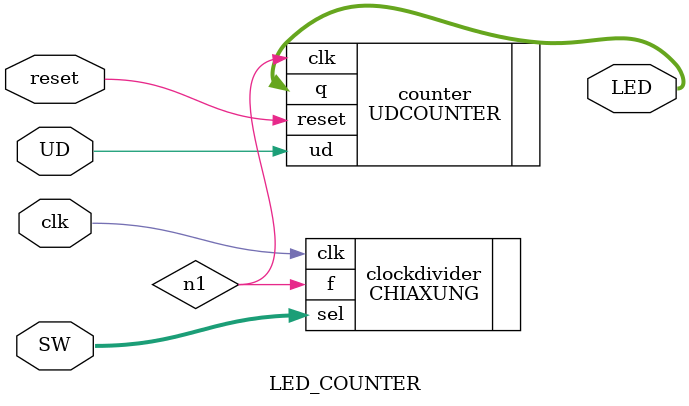
<source format=v>
`timescale 1ns / 1ps
module LED_COUNTER(
input wire clk, reset,
input wire [1:0] SW,
input wire UD,
output wire [7:0] LED
    );
// wire declaration
wire n1;
// module instance
CHIAXUNG clockdivider (.clk(clk),.sel(SW),.f(n1));
UDCOUNTER counter (.clk(n1),.reset(reset),.ud(UD),.q(LED));
endmodule

</source>
